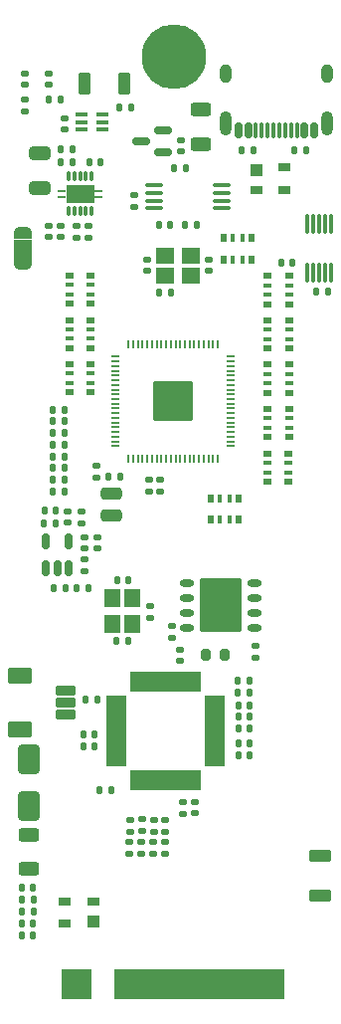
<source format=gbr>
%TF.GenerationSoftware,KiCad,Pcbnew,9.0.7*%
%TF.CreationDate,2026-02-28T14:28:49+01:00*%
%TF.ProjectId,BladeCore-M54E,426c6164-6543-46f7-9265-2d4d3534452e,rev?*%
%TF.SameCoordinates,Original*%
%TF.FileFunction,Soldermask,Top*%
%TF.FilePolarity,Negative*%
%FSLAX46Y46*%
G04 Gerber Fmt 4.6, Leading zero omitted, Abs format (unit mm)*
G04 Created by KiCad (PCBNEW 9.0.7) date 2026-02-28 14:28:49*
%MOMM*%
%LPD*%
G01*
G04 APERTURE LIST*
G04 Aperture macros list*
%AMRoundRect*
0 Rectangle with rounded corners*
0 $1 Rounding radius*
0 $2 $3 $4 $5 $6 $7 $8 $9 X,Y pos of 4 corners*
0 Add a 4 corners polygon primitive as box body*
4,1,4,$2,$3,$4,$5,$6,$7,$8,$9,$2,$3,0*
0 Add four circle primitives for the rounded corners*
1,1,$1+$1,$2,$3*
1,1,$1+$1,$4,$5*
1,1,$1+$1,$6,$7*
1,1,$1+$1,$8,$9*
0 Add four rect primitives between the rounded corners*
20,1,$1+$1,$2,$3,$4,$5,0*
20,1,$1+$1,$4,$5,$6,$7,0*
20,1,$1+$1,$6,$7,$8,$9,0*
20,1,$1+$1,$8,$9,$2,$3,0*%
%AMFreePoly0*
4,1,23,0.550000,-0.750000,0.000000,-0.750000,0.000000,-0.745722,-0.065263,-0.745722,-0.191342,-0.711940,-0.304381,-0.646677,-0.396677,-0.554381,-0.461940,-0.441342,-0.495722,-0.315263,-0.495722,-0.250000,-0.500000,-0.250000,-0.500000,0.250000,-0.495722,0.250000,-0.495722,0.315263,-0.461940,0.441342,-0.396677,0.554381,-0.304381,0.646677,-0.191342,0.711940,-0.065263,0.745722,0.000000,0.745722,
0.000000,0.750000,0.550000,0.750000,0.550000,-0.750000,0.550000,-0.750000,$1*%
%AMFreePoly1*
4,1,23,0.000000,0.745722,0.065263,0.745722,0.191342,0.711940,0.304381,0.646677,0.396677,0.554381,0.461940,0.441342,0.495722,0.315263,0.495722,0.250000,0.500000,0.250000,0.500000,-0.250000,0.495722,-0.250000,0.495722,-0.315263,0.461940,-0.441342,0.396677,-0.554381,0.304381,-0.646677,0.191342,-0.711940,0.065263,-0.745722,0.000000,-0.745722,0.000000,-0.750000,-0.550000,-0.750000,
-0.550000,0.750000,0.000000,0.750000,0.000000,0.745722,0.000000,0.745722,$1*%
G04 Aperture macros list end*
%ADD10RoundRect,0.070000X0.070000X-0.355000X0.070000X0.355000X-0.070000X0.355000X-0.070000X-0.355000X0*%
%ADD11R,0.700000X0.280000*%
%ADD12R,2.400000X1.650000*%
%ADD13FreePoly0,270.000000*%
%ADD14R,1.500000X1.000000*%
%ADD15FreePoly1,270.000000*%
%ADD16RoundRect,0.250000X-0.650000X1.000000X-0.650000X-1.000000X0.650000X-1.000000X0.650000X1.000000X0*%
%ADD17RoundRect,0.135000X-0.135000X-0.185000X0.135000X-0.185000X0.135000X0.185000X-0.135000X0.185000X0*%
%ADD18RoundRect,0.100000X0.400000X0.100000X-0.400000X0.100000X-0.400000X-0.100000X0.400000X-0.100000X0*%
%ADD19RoundRect,0.135000X0.135000X0.185000X-0.135000X0.185000X-0.135000X-0.185000X0.135000X-0.185000X0*%
%ADD20R,0.800000X0.500000*%
%ADD21R,0.800000X0.400000*%
%ADD22RoundRect,0.140000X-0.170000X0.140000X-0.170000X-0.140000X0.170000X-0.140000X0.170000X0.140000X0*%
%ADD23RoundRect,0.250000X-0.650000X0.325000X-0.650000X-0.325000X0.650000X-0.325000X0.650000X0.325000X0*%
%ADD24RoundRect,0.102000X0.600000X0.700000X-0.600000X0.700000X-0.600000X-0.700000X0.600000X-0.700000X0*%
%ADD25R,0.500000X0.800000*%
%ADD26R,0.400000X0.800000*%
%ADD27RoundRect,0.135000X-0.185000X0.135000X-0.185000X-0.135000X0.185000X-0.135000X0.185000X0.135000X0*%
%ADD28RoundRect,0.140000X-0.140000X-0.170000X0.140000X-0.170000X0.140000X0.170000X-0.140000X0.170000X0*%
%ADD29RoundRect,0.140000X0.140000X0.170000X-0.140000X0.170000X-0.140000X-0.170000X0.140000X-0.170000X0*%
%ADD30RoundRect,0.250000X-0.625000X0.312500X-0.625000X-0.312500X0.625000X-0.312500X0.625000X0.312500X0*%
%ADD31RoundRect,0.140000X0.170000X-0.140000X0.170000X0.140000X-0.170000X0.140000X-0.170000X-0.140000X0*%
%ADD32O,1.244200X0.648600*%
%ADD33RoundRect,0.102000X1.700000X2.150000X-1.700000X2.150000X-1.700000X-2.150000X1.700000X-2.150000X0*%
%ADD34RoundRect,0.102000X0.140000X-0.780000X0.140000X0.780000X-0.140000X0.780000X-0.140000X-0.780000X0*%
%ADD35RoundRect,0.102000X0.780000X-0.140000X0.780000X0.140000X-0.780000X0.140000X-0.780000X-0.140000X0*%
%ADD36RoundRect,0.150000X0.150000X0.500000X-0.150000X0.500000X-0.150000X-0.500000X0.150000X-0.500000X0*%
%ADD37RoundRect,0.075000X0.075000X0.575000X-0.075000X0.575000X-0.075000X-0.575000X0.075000X-0.575000X0*%
%ADD38O,1.000000X2.100000*%
%ADD39O,1.000000X1.600000*%
%ADD40RoundRect,0.135000X0.185000X-0.135000X0.185000X0.135000X-0.185000X0.135000X-0.185000X-0.135000X0*%
%ADD41RoundRect,0.147500X0.172500X-0.147500X0.172500X0.147500X-0.172500X0.147500X-0.172500X-0.147500X0*%
%ADD42RoundRect,0.102000X-0.775000X0.300000X-0.775000X-0.300000X0.775000X-0.300000X0.775000X0.300000X0*%
%ADD43RoundRect,0.102000X-0.900000X0.600000X-0.900000X-0.600000X0.900000X-0.600000X0.900000X0.600000X0*%
%ADD44RoundRect,0.050000X-0.175000X-1.250000X0.175000X-1.250000X0.175000X1.250000X-0.175000X1.250000X0*%
%ADD45C,5.500000*%
%ADD46RoundRect,0.200000X-0.200000X-0.275000X0.200000X-0.275000X0.200000X0.275000X-0.200000X0.275000X0*%
%ADD47RoundRect,0.102000X0.400000X0.850000X-0.400000X0.850000X-0.400000X-0.850000X0.400000X-0.850000X0*%
%ADD48RoundRect,0.150000X0.150000X-0.512500X0.150000X0.512500X-0.150000X0.512500X-0.150000X-0.512500X0*%
%ADD49RoundRect,0.150000X0.587500X0.150000X-0.587500X0.150000X-0.587500X-0.150000X0.587500X-0.150000X0*%
%ADD50RoundRect,0.050000X0.500000X-0.500000X0.500000X0.500000X-0.500000X0.500000X-0.500000X-0.500000X0*%
%ADD51RoundRect,0.050000X0.500000X-0.300000X0.500000X0.300000X-0.500000X0.300000X-0.500000X-0.300000X0*%
%ADD52RoundRect,0.050000X-0.500000X0.500000X-0.500000X-0.500000X0.500000X-0.500000X0.500000X0.500000X0*%
%ADD53RoundRect,0.050000X-0.500000X0.300000X-0.500000X-0.300000X0.500000X-0.300000X0.500000X0.300000X0*%
%ADD54RoundRect,0.102000X-0.850000X0.400000X-0.850000X-0.400000X0.850000X-0.400000X0.850000X0.400000X0*%
%ADD55RoundRect,0.147500X0.147500X0.172500X-0.147500X0.172500X-0.147500X-0.172500X0.147500X-0.172500X0*%
%ADD56RoundRect,0.100000X0.637500X0.100000X-0.637500X0.100000X-0.637500X-0.100000X0.637500X-0.100000X0*%
%ADD57RoundRect,0.250000X0.640000X-0.260000X0.640000X0.260000X-0.640000X0.260000X-0.640000X-0.260000X0*%
%ADD58RoundRect,0.102000X0.700000X-0.600000X0.700000X0.600000X-0.700000X0.600000X-0.700000X-0.600000X0*%
%ADD59RoundRect,0.087500X0.087500X-0.725000X0.087500X0.725000X-0.087500X0.725000X-0.087500X-0.725000X0*%
%ADD60O,0.780000X0.220000*%
%ADD61O,0.220000X0.780000*%
%ADD62C,0.425000*%
%ADD63RoundRect,0.200000X1.500000X1.500000X-1.500000X1.500000X-1.500000X-1.500000X1.500000X-1.500000X0*%
G04 APERTURE END LIST*
%TO.C,JP1*%
G36*
X2600000Y65200000D02*
G01*
X1100000Y65200000D01*
X1100000Y63700000D01*
X2600000Y63700000D01*
X2600000Y65200000D01*
G37*
%TD*%
D10*
%TO.C,IC7*%
X5750000Y67625000D03*
X6250000Y67625000D03*
X6750000Y67625000D03*
X7250000Y67625000D03*
X7750000Y67625000D03*
X7750000Y70575000D03*
X7250000Y70575000D03*
X6750000Y70575000D03*
X6250000Y70575000D03*
X5750000Y70575000D03*
D11*
X5200000Y68850000D03*
X8300000Y68850000D03*
D12*
X6750000Y69100000D03*
D11*
X5200000Y69350000D03*
X8300000Y69350000D03*
%TD*%
D13*
%TO.C,JP1*%
X1850000Y65750000D03*
D14*
X1850000Y64450000D03*
D15*
X1850000Y63150000D03*
%TD*%
D16*
%TO.C,D4*%
X2400000Y21000000D03*
X2400000Y17000000D03*
%TD*%
D17*
%TO.C,R26*%
X4424212Y47770788D03*
X5444212Y47770788D03*
%TD*%
D18*
%TO.C,IC8*%
X8662500Y74572500D03*
X8662500Y75222500D03*
X8662500Y75872500D03*
X6887500Y75872500D03*
X6887500Y75222500D03*
X6887500Y74572500D03*
%TD*%
D19*
%TO.C,R5*%
X14459212Y60745788D03*
X13439212Y60745788D03*
%TD*%
D17*
%TO.C,R32*%
X4439212Y44770788D03*
X5459212Y44770788D03*
%TD*%
D20*
%TO.C,R16*%
X5829212Y62145788D03*
D21*
X5829212Y61345788D03*
X5829212Y60545788D03*
D20*
X5829212Y59745788D03*
X7629212Y59745788D03*
D21*
X7629212Y60545788D03*
X7629212Y61345788D03*
D20*
X7629212Y62145788D03*
%TD*%
D22*
%TO.C,C52*%
X4050000Y66390000D03*
X4050000Y65430000D03*
%TD*%
D23*
%TO.C,C56*%
X3350000Y72535000D03*
X3350000Y69585000D03*
%TD*%
D24*
%TO.C,X2*%
X11200000Y32530000D03*
X11200000Y34730000D03*
X9500000Y32530000D03*
X9500000Y34730000D03*
%TD*%
D22*
%TO.C,C34*%
X13970000Y13930000D03*
X13970000Y12970000D03*
%TD*%
D17*
%TO.C,R14*%
X4439212Y49745788D03*
X5459212Y49745788D03*
%TD*%
D25*
%TO.C,R13*%
X21354212Y65320788D03*
D26*
X20554212Y65320788D03*
X19754212Y65320788D03*
D25*
X18954212Y65320788D03*
X18954212Y63520788D03*
D26*
X19754212Y63520788D03*
X20554212Y63520788D03*
D25*
X21354212Y63520788D03*
%TD*%
D27*
%TO.C,R46*%
X14000000Y15870000D03*
X14000000Y14850000D03*
%TD*%
D19*
%TO.C,R52*%
X2790000Y8025000D03*
X1770000Y8025000D03*
%TD*%
D27*
%TO.C,R53*%
X6475000Y66370000D03*
X6475000Y65350000D03*
%TD*%
D22*
%TO.C,C53*%
X5075000Y66365000D03*
X5075000Y65405000D03*
%TD*%
D28*
%TO.C,C46*%
X20250000Y21350000D03*
X21210000Y21350000D03*
%TD*%
D29*
%TO.C,C35*%
X10830000Y31050000D03*
X9870000Y31050000D03*
%TD*%
D27*
%TO.C,R44*%
X13025000Y15870000D03*
X13025000Y14850000D03*
%TD*%
%TO.C,R42*%
X11960000Y13940000D03*
X11960000Y12920000D03*
%TD*%
D17*
%TO.C,R1*%
X10115000Y76475000D03*
X11135000Y76475000D03*
%TD*%
%TO.C,R31*%
X4439212Y45770788D03*
X5459212Y45770788D03*
%TD*%
D19*
%TO.C,R59*%
X6085000Y72885000D03*
X5065000Y72885000D03*
%TD*%
D30*
%TO.C,R51*%
X2350000Y14575000D03*
X2350000Y11650000D03*
%TD*%
D17*
%TO.C,R11*%
X6455000Y35575000D03*
X7475000Y35575000D03*
%TD*%
D31*
%TO.C,C22*%
X7150000Y37025000D03*
X7150000Y37985000D03*
%TD*%
D28*
%TO.C,C20*%
X3720000Y42150000D03*
X4680000Y42150000D03*
%TD*%
D17*
%TO.C,R20*%
X26840000Y60775000D03*
X27860000Y60775000D03*
%TD*%
%TO.C,R8*%
X14755000Y71250000D03*
X15775000Y71250000D03*
%TD*%
D29*
%TO.C,C40*%
X7980000Y23100000D03*
X7020000Y23100000D03*
%TD*%
D28*
%TO.C,C44*%
X20230000Y24600000D03*
X21190000Y24600000D03*
%TD*%
D32*
%TO.C,IC3*%
X21574212Y32185788D03*
X21574212Y33455788D03*
X21574212Y34725788D03*
X21574212Y35995788D03*
X15882812Y35995788D03*
X15882812Y34725788D03*
X15882812Y33455788D03*
X15882812Y32185788D03*
D33*
X18728512Y34090788D03*
%TD*%
D22*
%TO.C,C54*%
X7500000Y66345000D03*
X7500000Y65385000D03*
%TD*%
D34*
%TO.C,IC6*%
X11260000Y19200000D03*
X11760000Y19200000D03*
X12260000Y19200000D03*
X12760000Y19200000D03*
X13260000Y19200000D03*
X13760000Y19200000D03*
X14260000Y19200000D03*
X14760000Y19200000D03*
X15260000Y19200000D03*
X15760000Y19200000D03*
X16260000Y19200000D03*
X16760000Y19200000D03*
D35*
X18190000Y20630000D03*
X18190000Y21130000D03*
X18190000Y21630000D03*
X18190000Y22130000D03*
X18190000Y22630000D03*
X18190000Y23130000D03*
X18190000Y23630000D03*
X18190000Y24130000D03*
X18190000Y24630000D03*
X18190000Y25130000D03*
X18190000Y25630000D03*
X18190000Y26130000D03*
D34*
X16760000Y27560000D03*
X16260000Y27560000D03*
X15760000Y27560000D03*
X15260000Y27560000D03*
X14760000Y27560000D03*
X14260000Y27560000D03*
X13760000Y27560000D03*
X13260000Y27560000D03*
X12760000Y27560000D03*
X12260000Y27560000D03*
X11760000Y27560000D03*
X11260000Y27560000D03*
D35*
X9830000Y26130000D03*
X9830000Y25630000D03*
X9830000Y25130000D03*
X9830000Y24630000D03*
X9830000Y24130000D03*
X9830000Y23630000D03*
X9830000Y23130000D03*
X9830000Y22630000D03*
X9830000Y22130000D03*
X9830000Y21630000D03*
X9830000Y21130000D03*
X9830000Y20630000D03*
%TD*%
D36*
%TO.C,J3*%
X26675000Y74480000D03*
X25875000Y74480000D03*
D37*
X24725000Y74480000D03*
X23725000Y74480000D03*
X23225000Y74480000D03*
X22225000Y74480000D03*
D36*
X21075000Y74480000D03*
X20275000Y74480000D03*
X20275000Y74480000D03*
X21075000Y74480000D03*
D37*
X21725000Y74480000D03*
X22725000Y74480000D03*
X24225000Y74480000D03*
X25225000Y74480000D03*
D36*
X25875000Y74480000D03*
X26675000Y74480000D03*
D38*
X27795000Y75120000D03*
D39*
X27795000Y79300000D03*
D38*
X19155000Y75120000D03*
D39*
X19155000Y79300000D03*
%TD*%
D28*
%TO.C,C39*%
X20230000Y23600000D03*
X21190000Y23600000D03*
%TD*%
D31*
%TO.C,C42*%
X15250000Y29370000D03*
X15250000Y30330000D03*
%TD*%
D28*
%TO.C,C51*%
X1775000Y10100000D03*
X2735000Y10100000D03*
%TD*%
%TO.C,C38*%
X20230000Y25600000D03*
X21190000Y25600000D03*
%TD*%
D19*
%TO.C,R34*%
X16735000Y66425000D03*
X15715000Y66425000D03*
%TD*%
D20*
%TO.C,R25*%
X5854212Y54620788D03*
D21*
X5854212Y53820788D03*
X5854212Y53020788D03*
D20*
X5854212Y52220788D03*
X7654212Y52220788D03*
D21*
X7654212Y53020788D03*
X7654212Y53820788D03*
D20*
X7654212Y54620788D03*
%TD*%
D40*
%TO.C,R4*%
X13599212Y43785788D03*
X13599212Y44805788D03*
%TD*%
D17*
%TO.C,R47*%
X20180000Y26650000D03*
X21200000Y26650000D03*
%TD*%
D27*
%TO.C,R39*%
X11025000Y15870000D03*
X11025000Y14850000D03*
%TD*%
D31*
%TO.C,C19*%
X5725000Y41145000D03*
X5725000Y42105000D03*
%TD*%
D22*
%TO.C,C12*%
X17674212Y63500788D03*
X17674212Y62540788D03*
%TD*%
D41*
%TO.C,D2*%
X4075000Y78365000D03*
X4075000Y79335000D03*
%TD*%
D42*
%TO.C,J2*%
X5500000Y26800000D03*
X5500000Y25800000D03*
X5500000Y24800000D03*
D43*
X1625000Y28100000D03*
X1625000Y23500000D03*
%TD*%
D19*
%TO.C,R62*%
X5060000Y77150000D03*
X4040000Y77150000D03*
%TD*%
D28*
%TO.C,C6*%
X9174212Y45020788D03*
X10134212Y45020788D03*
%TD*%
D22*
%TO.C,C24*%
X8200000Y39905000D03*
X8200000Y38945000D03*
%TD*%
D17*
%TO.C,R19*%
X24965000Y72775000D03*
X25985000Y72775000D03*
%TD*%
D44*
%TO.C,J1*%
X23925000Y1850000D03*
X23425000Y1850000D03*
X22925000Y1850000D03*
X22425000Y1850000D03*
X21925000Y1850000D03*
X21425000Y1850000D03*
X20925000Y1850000D03*
X20425000Y1850000D03*
X19925000Y1850000D03*
X19425000Y1850000D03*
X18925000Y1850000D03*
X18425000Y1850000D03*
X17925000Y1850000D03*
X17425000Y1850000D03*
X16925000Y1850000D03*
X16425000Y1850000D03*
X15925000Y1850000D03*
X15425000Y1850000D03*
X14925000Y1850000D03*
X14425000Y1850000D03*
X13925000Y1850000D03*
X13425000Y1850000D03*
X12925000Y1850000D03*
X12425000Y1850000D03*
X11925000Y1850000D03*
X11425000Y1850000D03*
X10925000Y1850000D03*
X10425000Y1850000D03*
X9925000Y1850000D03*
X7425000Y1850000D03*
X6925000Y1850000D03*
X6425000Y1850000D03*
X5925000Y1850000D03*
X5425000Y1850000D03*
D45*
X14721447Y80770000D03*
%TD*%
D17*
%TO.C,R29*%
X4424212Y46770788D03*
X5444212Y46770788D03*
%TD*%
D20*
%TO.C,R23*%
X5829212Y58370788D03*
D21*
X5829212Y57570788D03*
X5829212Y56770788D03*
D20*
X5829212Y55970788D03*
X7629212Y55970788D03*
D21*
X7629212Y56770788D03*
X7629212Y57570788D03*
D20*
X7629212Y58370788D03*
%TD*%
D22*
%TO.C,C23*%
X7150000Y39910000D03*
X7150000Y38950000D03*
%TD*%
%TO.C,C18*%
X14600000Y32300000D03*
X14600000Y31340000D03*
%TD*%
D29*
%TO.C,C57*%
X24825000Y63275000D03*
X23865000Y63275000D03*
%TD*%
D46*
%TO.C,L2*%
X17425000Y29850000D03*
X19075000Y29850000D03*
%TD*%
D47*
%TO.C,SW2*%
X10525000Y78500000D03*
X7125000Y78500000D03*
%TD*%
D20*
%TO.C,R30*%
X24529212Y59720788D03*
D21*
X24529212Y60520788D03*
X24529212Y61320788D03*
D20*
X24529212Y62120788D03*
X22729212Y62120788D03*
D21*
X22729212Y61320788D03*
X22729212Y60520788D03*
D20*
X22729212Y59720788D03*
%TD*%
%TO.C,R28*%
X24529212Y55945788D03*
D21*
X24529212Y56745788D03*
X24529212Y57545788D03*
D20*
X24529212Y58345788D03*
X22729212Y58345788D03*
D21*
X22729212Y57545788D03*
X22729212Y56745788D03*
D20*
X22729212Y55945788D03*
%TD*%
D17*
%TO.C,R12*%
X4439212Y50745788D03*
X5459212Y50745788D03*
%TD*%
D28*
%TO.C,C55*%
X7520000Y71810000D03*
X8480000Y71810000D03*
%TD*%
D40*
%TO.C,R9*%
X6850000Y41100000D03*
X6850000Y42120000D03*
%TD*%
D30*
%TO.C,R57*%
X17000000Y76287500D03*
X17000000Y73362500D03*
%TD*%
D31*
%TO.C,C11*%
X12474212Y62540788D03*
X12474212Y63500788D03*
%TD*%
D48*
%TO.C,IC4*%
X3850000Y37275000D03*
X4800000Y37275000D03*
X5750000Y37275000D03*
X5750000Y39550000D03*
X3850000Y39550000D03*
%TD*%
D17*
%TO.C,R10*%
X4465000Y35550000D03*
X5485000Y35550000D03*
%TD*%
D22*
%TO.C,C33*%
X12960000Y13930000D03*
X12960000Y12970000D03*
%TD*%
D29*
%TO.C,C49*%
X2765000Y6000000D03*
X1805000Y6000000D03*
%TD*%
D20*
%TO.C,R22*%
X24504212Y44620788D03*
D21*
X24504212Y45420788D03*
X24504212Y46220788D03*
D20*
X24504212Y47020788D03*
X22704212Y47020788D03*
D21*
X22704212Y46220788D03*
X22704212Y45420788D03*
D20*
X22704212Y44620788D03*
%TD*%
D49*
%TO.C,IC5*%
X13790000Y72625000D03*
X13790000Y74525000D03*
X11915000Y73575000D03*
%TD*%
D50*
%TO.C,D5*%
X7875000Y7200000D03*
D51*
X7875000Y8900000D03*
X5475000Y8900000D03*
X5475000Y7000000D03*
%TD*%
D27*
%TO.C,R60*%
X2075000Y77160000D03*
X2075000Y76140000D03*
%TD*%
D20*
%TO.C,R27*%
X24529212Y52170788D03*
D21*
X24529212Y52970788D03*
X24529212Y53770788D03*
D20*
X24529212Y54570788D03*
X22729212Y54570788D03*
D21*
X22729212Y53770788D03*
X22729212Y52970788D03*
D20*
X22729212Y52170788D03*
%TD*%
D52*
%TO.C,D7*%
X21775000Y71150000D03*
D53*
X21775000Y69450000D03*
X24175000Y69450000D03*
X24175000Y71350000D03*
%TD*%
D54*
%TO.C,SW1*%
X27175000Y12775000D03*
X27175000Y9375000D03*
%TD*%
D27*
%TO.C,R41*%
X12000000Y15885000D03*
X12000000Y14865000D03*
%TD*%
D55*
%TO.C,D3*%
X14442500Y66425000D03*
X13472500Y66425000D03*
%TD*%
D17*
%TO.C,R54*%
X5065000Y71835000D03*
X6085000Y71835000D03*
%TD*%
D40*
%TO.C,R43*%
X12680000Y33020000D03*
X12680000Y34040000D03*
%TD*%
D31*
%TO.C,C21*%
X15325000Y72720000D03*
X15325000Y73680000D03*
%TD*%
D28*
%TO.C,C45*%
X20250000Y22350000D03*
X21210000Y22350000D03*
%TD*%
D19*
%TO.C,R7*%
X4710000Y41100000D03*
X3690000Y41100000D03*
%TD*%
D17*
%TO.C,R55*%
X1755000Y9050000D03*
X2775000Y9050000D03*
%TD*%
D56*
%TO.C,IC2*%
X18812500Y67875000D03*
X18812500Y68525000D03*
X18812500Y69175000D03*
X18812500Y69825000D03*
X13087500Y69825000D03*
X13087500Y69175000D03*
X13087500Y68525000D03*
X13087500Y67875000D03*
%TD*%
D31*
%TO.C,C17*%
X11400000Y68020000D03*
X11400000Y68980000D03*
%TD*%
D25*
%TO.C,R15*%
X17879212Y41420788D03*
D26*
X18679212Y41420788D03*
X19479212Y41420788D03*
D25*
X20279212Y41420788D03*
X20279212Y43220788D03*
D26*
X19479212Y43220788D03*
X18679212Y43220788D03*
D25*
X17879212Y43220788D03*
%TD*%
D27*
%TO.C,R50*%
X15500000Y17360000D03*
X15500000Y16340000D03*
%TD*%
D57*
%TO.C,L1*%
X9454212Y41780788D03*
X9454212Y43560788D03*
%TD*%
D41*
%TO.C,D6*%
X2050000Y78382500D03*
X2050000Y79352500D03*
%TD*%
D17*
%TO.C,R35*%
X7250000Y26100000D03*
X8270000Y26100000D03*
%TD*%
D20*
%TO.C,R24*%
X24529212Y48395788D03*
D21*
X24529212Y49195788D03*
X24529212Y49995788D03*
D20*
X24529212Y50795788D03*
X22729212Y50795788D03*
D21*
X22729212Y49995788D03*
X22729212Y49195788D03*
D20*
X22729212Y48395788D03*
%TD*%
D29*
%TO.C,C41*%
X7980000Y22100000D03*
X7020000Y22100000D03*
%TD*%
D40*
%TO.C,R6*%
X21675000Y29625000D03*
X21675000Y30645000D03*
%TD*%
D17*
%TO.C,R45*%
X20165000Y27675000D03*
X21185000Y27675000D03*
%TD*%
D22*
%TO.C,C47*%
X16500000Y17350000D03*
X16500000Y16390000D03*
%TD*%
D17*
%TO.C,R33*%
X4449212Y43770788D03*
X5469212Y43770788D03*
%TD*%
D19*
%TO.C,R36*%
X9445000Y18350000D03*
X8425000Y18350000D03*
%TD*%
D22*
%TO.C,C58*%
X5400000Y75535000D03*
X5400000Y74575000D03*
%TD*%
D17*
%TO.C,R21*%
X4424212Y48770788D03*
X5444212Y48770788D03*
%TD*%
D58*
%TO.C,X1*%
X13974212Y62170788D03*
X16174212Y62170788D03*
X13974212Y63870788D03*
X16174212Y63870788D03*
%TD*%
D59*
%TO.C,IC9*%
X26100000Y62362500D03*
X26600000Y62362500D03*
X27100000Y62362500D03*
X27600000Y62362500D03*
X28100000Y62362500D03*
X28100000Y66587500D03*
X27600000Y66587500D03*
X27100000Y66587500D03*
X26600000Y66587500D03*
X26100000Y66587500D03*
%TD*%
D27*
%TO.C,R40*%
X10950000Y13940000D03*
X10950000Y12920000D03*
%TD*%
D28*
%TO.C,C36*%
X9895000Y36225000D03*
X10855000Y36225000D03*
%TD*%
D29*
%TO.C,C50*%
X2760000Y7000000D03*
X1800000Y7000000D03*
%TD*%
D19*
%TO.C,R56*%
X21525000Y72800000D03*
X20505000Y72800000D03*
%TD*%
D27*
%TO.C,R2*%
X8179212Y46005788D03*
X8179212Y44985788D03*
%TD*%
%TO.C,R3*%
X12599212Y44805788D03*
X12599212Y43785788D03*
%TD*%
D60*
%TO.C,IC1*%
X19576212Y47645788D03*
X19576212Y48045788D03*
X19576212Y48445788D03*
X19576212Y48845788D03*
X19576212Y49245788D03*
X19576212Y49645788D03*
X19576212Y50045788D03*
X19576212Y50445788D03*
X19576212Y50845788D03*
X19576212Y51245788D03*
X19576212Y51645788D03*
X19576212Y52045788D03*
X19576212Y52445788D03*
X19576212Y52845788D03*
X19576212Y53245788D03*
X19576212Y53645788D03*
X19576212Y54045788D03*
X19576212Y54445788D03*
X19576212Y54845788D03*
X19576212Y55245788D03*
D61*
X18479212Y56342788D03*
X18079212Y56342788D03*
X17679212Y56342788D03*
X17279212Y56342788D03*
X16879212Y56342788D03*
X16479212Y56342788D03*
X16079212Y56342788D03*
X15679212Y56342788D03*
X15279212Y56342788D03*
X14879212Y56342788D03*
X14479212Y56342788D03*
X14079212Y56342788D03*
X13679212Y56342788D03*
X13279212Y56342788D03*
X12879212Y56342788D03*
X12479212Y56342788D03*
X12079212Y56342788D03*
X11679212Y56342788D03*
X11279212Y56342788D03*
X10879212Y56342788D03*
D60*
X9782212Y55245788D03*
X9782212Y54845788D03*
X9782212Y54445788D03*
X9782212Y54045788D03*
X9782212Y53645788D03*
X9782212Y53245788D03*
X9782212Y52845788D03*
X9782212Y52445788D03*
X9782212Y52045788D03*
X9782212Y51645788D03*
X9782212Y51245788D03*
X9782212Y50845788D03*
X9782212Y50445788D03*
X9782212Y50045788D03*
X9782212Y49645788D03*
X9782212Y49245788D03*
X9782212Y48845788D03*
X9782212Y48445788D03*
X9782212Y48045788D03*
X9782212Y47645788D03*
D61*
X10879212Y46548788D03*
X11279212Y46548788D03*
X11679212Y46548788D03*
X12079212Y46548788D03*
X12479212Y46548788D03*
X12879212Y46548788D03*
X13279212Y46548788D03*
X13679212Y46548788D03*
X14079212Y46548788D03*
X14479212Y46548788D03*
X14879212Y46548788D03*
X15279212Y46548788D03*
X15679212Y46548788D03*
X16079212Y46548788D03*
X16479212Y46548788D03*
X16879212Y46548788D03*
X17279212Y46548788D03*
X17679212Y46548788D03*
X18079212Y46548788D03*
X18479212Y46548788D03*
D62*
X15529212Y50595788D03*
X15529212Y51445788D03*
X15529212Y52295788D03*
X14679212Y50595788D03*
X14679212Y51445788D03*
D63*
X14679212Y51445788D03*
D62*
X14679212Y52295788D03*
X13829212Y50595788D03*
X13829212Y51445788D03*
X13829212Y52295788D03*
%TD*%
M02*

</source>
